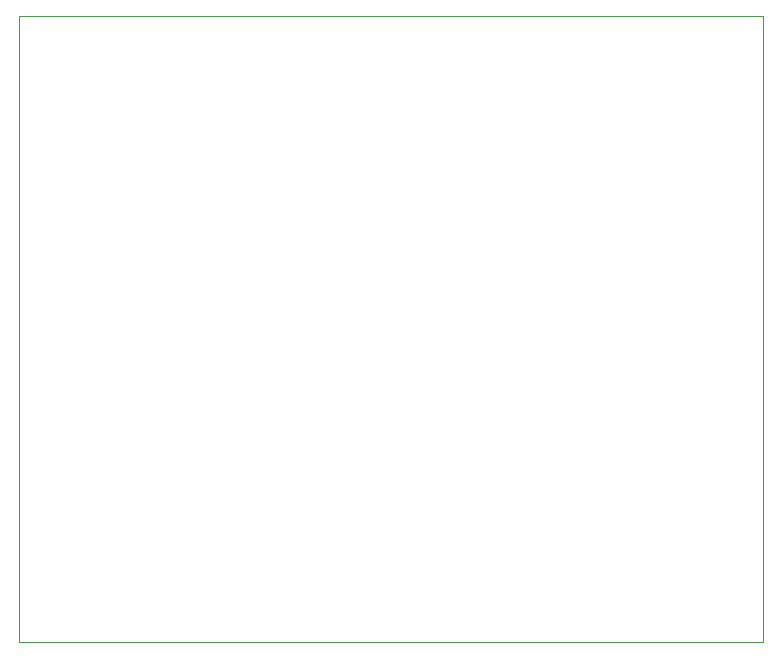
<source format=gm1>
%TF.GenerationSoftware,KiCad,Pcbnew,5.1.7-a382d34a8~88~ubuntu20.04.1*%
%TF.CreationDate,2021-07-04T15:14:18-05:00*%
%TF.ProjectId,led-backlight,6c65642d-6261-4636-9b6c-696768742e6b,rev?*%
%TF.SameCoordinates,Original*%
%TF.FileFunction,Profile,NP*%
%FSLAX46Y46*%
G04 Gerber Fmt 4.6, Leading zero omitted, Abs format (unit mm)*
G04 Created by KiCad (PCBNEW 5.1.7-a382d34a8~88~ubuntu20.04.1) date 2021-07-04 15:14:18*
%MOMM*%
%LPD*%
G01*
G04 APERTURE LIST*
%TA.AperFunction,Profile*%
%ADD10C,0.050000*%
%TD*%
G04 APERTURE END LIST*
D10*
X157000000Y-145000000D02*
X220000000Y-145000000D01*
X220000000Y-92000000D02*
X157000000Y-92000000D01*
X220000000Y-145000000D02*
X220000000Y-92000000D01*
X157000000Y-92000000D02*
X157000000Y-145000000D01*
M02*

</source>
